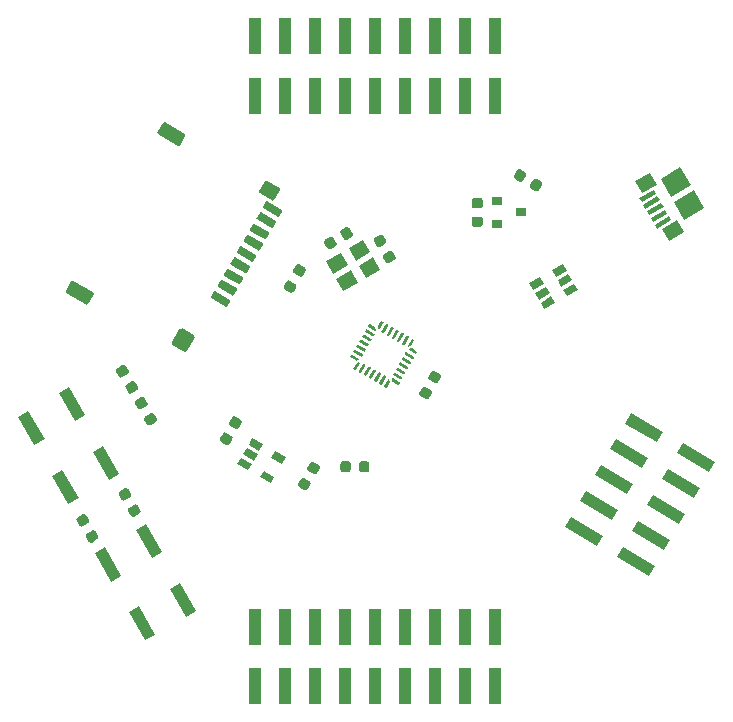
<source format=gtp>
%TF.GenerationSoftware,KiCad,Pcbnew,5.1.6-c6e7f7d~86~ubuntu18.04.1*%
%TF.CreationDate,2020-07-24T20:28:44-07:00*%
%TF.ProjectId,stm32f042_breakout,73746d33-3266-4303-9432-5f627265616b,rev?*%
%TF.SameCoordinates,Original*%
%TF.FileFunction,Paste,Top*%
%TF.FilePolarity,Positive*%
%FSLAX46Y46*%
G04 Gerber Fmt 4.6, Leading zero omitted, Abs format (unit mm)*
G04 Created by KiCad (PCBNEW 5.1.6-c6e7f7d~86~ubuntu18.04.1) date 2020-07-24 20:28:44*
%MOMM*%
%LPD*%
G01*
G04 APERTURE LIST*
%ADD10R,1.000000X3.150000*%
%ADD11C,0.100000*%
%ADD12R,0.900000X0.800000*%
G04 APERTURE END LIST*
%TO.C,J7*%
G36*
G01*
X142447705Y-65194164D02*
X144145115Y-66174164D01*
G75*
G02*
X144189038Y-66338087I-60000J-103923D01*
G01*
X143709038Y-67169471D01*
G75*
G02*
X143545115Y-67213394I-103923J60000D01*
G01*
X141847705Y-66233394D01*
G75*
G02*
X141803782Y-66069471I60000J103923D01*
G01*
X142283782Y-65238087D01*
G75*
G02*
X142447705Y-65194164I103923J-60000D01*
G01*
G37*
G36*
G01*
X151640639Y-69231536D02*
X152679869Y-69831535D01*
G75*
G02*
X152734773Y-70036439I-75000J-129904D01*
G01*
X152084773Y-71162273D01*
G75*
G02*
X151879869Y-71217177I-129904J75000D01*
G01*
X150840639Y-70617177D01*
G75*
G02*
X150785735Y-70412273I75000J129904D01*
G01*
X151435735Y-69286439D01*
G75*
G02*
X151640639Y-69231535I129904J-75000D01*
G01*
G37*
G36*
G01*
X158814658Y-56745770D02*
X159905850Y-57375770D01*
G75*
G02*
X159949773Y-57539693I-60000J-103923D01*
G01*
X159469773Y-58371077D01*
G75*
G02*
X159305850Y-58415000I-103923J60000D01*
G01*
X158214658Y-57785000D01*
G75*
G02*
X158170735Y-57621077I60000J103923D01*
G01*
X158650735Y-56789693D01*
G75*
G02*
X158814658Y-56745770I103923J-60000D01*
G01*
G37*
G36*
G01*
X150197705Y-51770770D02*
X151895115Y-52750770D01*
G75*
G02*
X151939038Y-52914693I-60000J-103923D01*
G01*
X151459038Y-53746077D01*
G75*
G02*
X151295115Y-53790000I-103923J60000D01*
G01*
X149597705Y-52810000D01*
G75*
G02*
X149553782Y-52646077I60000J103923D01*
G01*
X150033782Y-51814693D01*
G75*
G02*
X150197705Y-51770770I103923J-60000D01*
G01*
G37*
G36*
G01*
X158869080Y-58451506D02*
X160133478Y-59181506D01*
G75*
G02*
X160159100Y-59277128I-35000J-60622D01*
G01*
X159879100Y-59762102D01*
G75*
G02*
X159783478Y-59787724I-60622J35000D01*
G01*
X158519080Y-59057724D01*
G75*
G02*
X158493458Y-58962102I35000J60622D01*
G01*
X158773458Y-58477128D01*
G75*
G02*
X158869080Y-58451506I60622J-35000D01*
G01*
G37*
G36*
G01*
X158319080Y-59404134D02*
X159583478Y-60134134D01*
G75*
G02*
X159609100Y-60229756I-35000J-60622D01*
G01*
X159329100Y-60714730D01*
G75*
G02*
X159233478Y-60740352I-60622J35000D01*
G01*
X157969080Y-60010352D01*
G75*
G02*
X157943458Y-59914730I35000J60622D01*
G01*
X158223458Y-59429756D01*
G75*
G02*
X158319080Y-59404134I60622J-35000D01*
G01*
G37*
G36*
G01*
X157769080Y-60356762D02*
X159033478Y-61086762D01*
G75*
G02*
X159059100Y-61182384I-35000J-60622D01*
G01*
X158779100Y-61667358D01*
G75*
G02*
X158683478Y-61692980I-60622J35000D01*
G01*
X157419080Y-60962980D01*
G75*
G02*
X157393458Y-60867358I35000J60622D01*
G01*
X157673458Y-60382384D01*
G75*
G02*
X157769080Y-60356762I60622J-35000D01*
G01*
G37*
G36*
G01*
X157219080Y-61309390D02*
X158483478Y-62039390D01*
G75*
G02*
X158509100Y-62135012I-35000J-60622D01*
G01*
X158229100Y-62619986D01*
G75*
G02*
X158133478Y-62645608I-60622J35000D01*
G01*
X156869080Y-61915608D01*
G75*
G02*
X156843458Y-61819986I35000J60622D01*
G01*
X157123458Y-61335012D01*
G75*
G02*
X157219080Y-61309390I60622J-35000D01*
G01*
G37*
G36*
G01*
X156669080Y-62262018D02*
X157933478Y-62992018D01*
G75*
G02*
X157959100Y-63087640I-35000J-60622D01*
G01*
X157679100Y-63572614D01*
G75*
G02*
X157583478Y-63598236I-60622J35000D01*
G01*
X156319080Y-62868236D01*
G75*
G02*
X156293458Y-62772614I35000J60622D01*
G01*
X156573458Y-62287640D01*
G75*
G02*
X156669080Y-62262018I60622J-35000D01*
G01*
G37*
G36*
G01*
X156119080Y-63214646D02*
X157383478Y-63944646D01*
G75*
G02*
X157409100Y-64040268I-35000J-60622D01*
G01*
X157129100Y-64525242D01*
G75*
G02*
X157033478Y-64550864I-60622J35000D01*
G01*
X155769080Y-63820864D01*
G75*
G02*
X155743458Y-63725242I35000J60622D01*
G01*
X156023458Y-63240268D01*
G75*
G02*
X156119080Y-63214646I60622J-35000D01*
G01*
G37*
G36*
G01*
X155569080Y-64167274D02*
X156833478Y-64897274D01*
G75*
G02*
X156859100Y-64992896I-35000J-60622D01*
G01*
X156579100Y-65477870D01*
G75*
G02*
X156483478Y-65503492I-60622J35000D01*
G01*
X155219080Y-64773492D01*
G75*
G02*
X155193458Y-64677870I35000J60622D01*
G01*
X155473458Y-64192896D01*
G75*
G02*
X155569080Y-64167274I60622J-35000D01*
G01*
G37*
G36*
G01*
X155019080Y-65119902D02*
X156283478Y-65849902D01*
G75*
G02*
X156309100Y-65945524I-35000J-60622D01*
G01*
X156029100Y-66430498D01*
G75*
G02*
X155933478Y-66456120I-60622J35000D01*
G01*
X154669080Y-65726120D01*
G75*
G02*
X154643458Y-65630498I35000J60622D01*
G01*
X154923458Y-65145524D01*
G75*
G02*
X155019080Y-65119902I60622J-35000D01*
G01*
G37*
G36*
G01*
X154469080Y-66072530D02*
X155733478Y-66802530D01*
G75*
G02*
X155759100Y-66898152I-35000J-60622D01*
G01*
X155479100Y-67383126D01*
G75*
G02*
X155383478Y-67408748I-60622J35000D01*
G01*
X154119080Y-66678748D01*
G75*
G02*
X154093458Y-66583126I35000J60622D01*
G01*
X154373458Y-66098152D01*
G75*
G02*
X154469080Y-66072530I60622J-35000D01*
G01*
G37*
%TD*%
D10*
%TO.C,J4*%
X178160000Y-94475000D03*
X178160000Y-99525000D03*
X175620000Y-94475000D03*
X175620000Y-99525000D03*
X173080000Y-94475000D03*
X173080000Y-99525000D03*
X170540000Y-94475000D03*
X170540000Y-99525000D03*
X168000000Y-94475000D03*
X168000000Y-99525000D03*
X165460000Y-94475000D03*
X165460000Y-99525000D03*
X162920000Y-94475000D03*
X162920000Y-99525000D03*
X160380000Y-94475000D03*
X160380000Y-99525000D03*
X157840000Y-94475000D03*
X157840000Y-99525000D03*
%TD*%
%TO.C,C1*%
G36*
G01*
X179770754Y-56302219D02*
X180027004Y-55858381D01*
G75*
G02*
X180325822Y-55778313I189443J-109375D01*
G01*
X180704708Y-55997063D01*
G75*
G02*
X180784776Y-56295881I-109375J-189443D01*
G01*
X180528526Y-56739719D01*
G75*
G02*
X180229708Y-56819787I-189443J109375D01*
G01*
X179850822Y-56601037D01*
G75*
G02*
X179770754Y-56302219I109375J189443D01*
G01*
G37*
G36*
G01*
X181134744Y-57089719D02*
X181390994Y-56645881D01*
G75*
G02*
X181689812Y-56565813I189443J-109375D01*
G01*
X182068698Y-56784563D01*
G75*
G02*
X182148766Y-57083381I-109375J-189443D01*
G01*
X181892516Y-57527219D01*
G75*
G02*
X181593698Y-57607287I-189443J109375D01*
G01*
X181214812Y-57388537D01*
G75*
G02*
X181134744Y-57089719I109375J189443D01*
G01*
G37*
%TD*%
%TO.C,C2*%
G36*
G01*
X176390590Y-59760600D02*
X176903090Y-59760600D01*
G75*
G02*
X177121840Y-59979350I0J-218750D01*
G01*
X177121840Y-60416850D01*
G75*
G02*
X176903090Y-60635600I-218750J0D01*
G01*
X176390590Y-60635600D01*
G75*
G02*
X176171840Y-60416850I0J218750D01*
G01*
X176171840Y-59979350D01*
G75*
G02*
X176390590Y-59760600I218750J0D01*
G01*
G37*
G36*
G01*
X176390590Y-58185600D02*
X176903090Y-58185600D01*
G75*
G02*
X177121840Y-58404350I0J-218750D01*
G01*
X177121840Y-58841850D01*
G75*
G02*
X176903090Y-59060600I-218750J0D01*
G01*
X176390590Y-59060600D01*
G75*
G02*
X176171840Y-58841850I0J218750D01*
G01*
X176171840Y-58404350D01*
G75*
G02*
X176390590Y-58185600I218750J0D01*
G01*
G37*
%TD*%
%TO.C,C3*%
G36*
G01*
X156179497Y-77712558D02*
X155735659Y-77456308D01*
G75*
G02*
X155655591Y-77157490I109375J189443D01*
G01*
X155874341Y-76778604D01*
G75*
G02*
X156173159Y-76698536I189443J-109375D01*
G01*
X156616997Y-76954786D01*
G75*
G02*
X156697065Y-77253604I-109375J-189443D01*
G01*
X156478315Y-77632490D01*
G75*
G02*
X156179497Y-77712558I-189443J109375D01*
G01*
G37*
G36*
G01*
X155391997Y-79076548D02*
X154948159Y-78820298D01*
G75*
G02*
X154868091Y-78521480I109375J189443D01*
G01*
X155086841Y-78142594D01*
G75*
G02*
X155385659Y-78062526I189443J-109375D01*
G01*
X155829497Y-78318776D01*
G75*
G02*
X155909565Y-78617594I-109375J-189443D01*
G01*
X155690815Y-78996480D01*
G75*
G02*
X155391997Y-79076548I-189443J109375D01*
G01*
G37*
%TD*%
%TO.C,C4*%
G36*
G01*
X172265869Y-75226201D02*
X171822031Y-74969951D01*
G75*
G02*
X171741963Y-74671133I109375J189443D01*
G01*
X171960713Y-74292247D01*
G75*
G02*
X172259531Y-74212179I189443J-109375D01*
G01*
X172703369Y-74468429D01*
G75*
G02*
X172783437Y-74767247I-109375J-189443D01*
G01*
X172564687Y-75146133D01*
G75*
G02*
X172265869Y-75226201I-189443J109375D01*
G01*
G37*
G36*
G01*
X173053369Y-73862211D02*
X172609531Y-73605961D01*
G75*
G02*
X172529463Y-73307143I109375J189443D01*
G01*
X172748213Y-72928257D01*
G75*
G02*
X173047031Y-72848189I189443J-109375D01*
G01*
X173490869Y-73104439D01*
G75*
G02*
X173570937Y-73403257I-109375J-189443D01*
G01*
X173352187Y-73782143D01*
G75*
G02*
X173053369Y-73862211I-189443J109375D01*
G01*
G37*
%TD*%
%TO.C,C5*%
G36*
G01*
X168846919Y-62068766D02*
X168403081Y-62325016D01*
G75*
G02*
X168104263Y-62244948I-109375J189443D01*
G01*
X167885513Y-61866062D01*
G75*
G02*
X167965581Y-61567244I189443J109375D01*
G01*
X168409419Y-61310994D01*
G75*
G02*
X168708237Y-61391062I109375J-189443D01*
G01*
X168926987Y-61769948D01*
G75*
G02*
X168846919Y-62068766I-189443J-109375D01*
G01*
G37*
G36*
G01*
X169634419Y-63432756D02*
X169190581Y-63689006D01*
G75*
G02*
X168891763Y-63608938I-109375J189443D01*
G01*
X168673013Y-63230052D01*
G75*
G02*
X168753081Y-62931234I189443J109375D01*
G01*
X169196919Y-62674984D01*
G75*
G02*
X169495737Y-62755052I109375J-189443D01*
G01*
X169714487Y-63133938D01*
G75*
G02*
X169634419Y-63432756I-189443J-109375D01*
G01*
G37*
%TD*%
%TO.C,C6*%
G36*
G01*
X163967244Y-62434419D02*
X163710994Y-61990581D01*
G75*
G02*
X163791062Y-61691763I189443J109375D01*
G01*
X164169948Y-61473013D01*
G75*
G02*
X164468766Y-61553081I109375J-189443D01*
G01*
X164725016Y-61996919D01*
G75*
G02*
X164644948Y-62295737I-189443J-109375D01*
G01*
X164266062Y-62514487D01*
G75*
G02*
X163967244Y-62434419I-109375J189443D01*
G01*
G37*
G36*
G01*
X165331234Y-61646919D02*
X165074984Y-61203081D01*
G75*
G02*
X165155052Y-60904263I189443J109375D01*
G01*
X165533938Y-60685513D01*
G75*
G02*
X165832756Y-60765581I109375J-189443D01*
G01*
X166089006Y-61209419D01*
G75*
G02*
X166008938Y-61508237I-189443J-109375D01*
G01*
X165630052Y-61726987D01*
G75*
G02*
X165331234Y-61646919I-109375J189443D01*
G01*
G37*
%TD*%
%TO.C,C7*%
G36*
G01*
X162001605Y-82930125D02*
X161557767Y-82673875D01*
G75*
G02*
X161477699Y-82375057I109375J189443D01*
G01*
X161696449Y-81996171D01*
G75*
G02*
X161995267Y-81916103I189443J-109375D01*
G01*
X162439105Y-82172353D01*
G75*
G02*
X162519173Y-82471171I-109375J-189443D01*
G01*
X162300423Y-82850057D01*
G75*
G02*
X162001605Y-82930125I-189443J109375D01*
G01*
G37*
G36*
G01*
X162789105Y-81566135D02*
X162345267Y-81309885D01*
G75*
G02*
X162265199Y-81011067I109375J189443D01*
G01*
X162483949Y-80632181D01*
G75*
G02*
X162782767Y-80552113I189443J-109375D01*
G01*
X163226605Y-80808363D01*
G75*
G02*
X163306673Y-81107181I-109375J-189443D01*
G01*
X163087923Y-81486067D01*
G75*
G02*
X162789105Y-81566135I-189443J109375D01*
G01*
G37*
%TD*%
%TO.C,C8*%
G36*
G01*
X160791431Y-65182479D02*
X161235269Y-65438729D01*
G75*
G02*
X161315337Y-65737547I-109375J-189443D01*
G01*
X161096587Y-66116433D01*
G75*
G02*
X160797769Y-66196501I-189443J109375D01*
G01*
X160353931Y-65940251D01*
G75*
G02*
X160273863Y-65641433I109375J189443D01*
G01*
X160492613Y-65262547D01*
G75*
G02*
X160791431Y-65182479I189443J-109375D01*
G01*
G37*
G36*
G01*
X161578931Y-63818489D02*
X162022769Y-64074739D01*
G75*
G02*
X162102837Y-64373557I-109375J-189443D01*
G01*
X161884087Y-64752443D01*
G75*
G02*
X161585269Y-64832511I-189443J109375D01*
G01*
X161141431Y-64576261D01*
G75*
G02*
X161061363Y-64277443I109375J189443D01*
G01*
X161280113Y-63898557D01*
G75*
G02*
X161578931Y-63818489I189443J-109375D01*
G01*
G37*
%TD*%
D11*
%TO.C,J2*%
G36*
X194706624Y-57115272D02*
G01*
X193061176Y-58065272D01*
X192186176Y-56549728D01*
X193831624Y-55599728D01*
X194706624Y-57115272D01*
G37*
G36*
X192745151Y-59517901D02*
G01*
X191532715Y-60217901D01*
X191332715Y-59871491D01*
X192545151Y-59171491D01*
X192745151Y-59517901D01*
G37*
G36*
X193070151Y-60080817D02*
G01*
X191857715Y-60780817D01*
X191657715Y-60434407D01*
X192870151Y-59734407D01*
X193070151Y-60080817D01*
G37*
G36*
X191770151Y-57829151D02*
G01*
X190557715Y-58529151D01*
X190357715Y-58182741D01*
X191570151Y-57482741D01*
X191770151Y-57829151D01*
G37*
G36*
X192095151Y-58392067D02*
G01*
X190882715Y-59092067D01*
X190682715Y-58745657D01*
X191895151Y-58045657D01*
X192095151Y-58392067D01*
G37*
G36*
X192420151Y-58954984D02*
G01*
X191207715Y-59654984D01*
X191007715Y-59308574D01*
X192220151Y-58608574D01*
X192420151Y-58954984D01*
G37*
G36*
X195831624Y-59063830D02*
G01*
X194186176Y-60013830D01*
X193311176Y-58498286D01*
X194956624Y-57548286D01*
X195831624Y-59063830D01*
G37*
G36*
X191833032Y-57048065D02*
G01*
X190577296Y-57773065D01*
X190002296Y-56777135D01*
X191258032Y-56052135D01*
X191833032Y-57048065D01*
G37*
G36*
X194153032Y-61066423D02*
G01*
X192897296Y-61791423D01*
X192322296Y-60795493D01*
X193578032Y-60070493D01*
X194153032Y-61066423D01*
G37*
%TD*%
D10*
%TO.C,J3*%
X178160000Y-44475000D03*
X178160000Y-49525000D03*
X175620000Y-44475000D03*
X175620000Y-49525000D03*
X173080000Y-44475000D03*
X173080000Y-49525000D03*
X170540000Y-44475000D03*
X170540000Y-49525000D03*
X168000000Y-44475000D03*
X168000000Y-49525000D03*
X165460000Y-44475000D03*
X165460000Y-49525000D03*
X162920000Y-44475000D03*
X162920000Y-49525000D03*
X160380000Y-44475000D03*
X160380000Y-49525000D03*
X157840000Y-44475000D03*
X157840000Y-49525000D03*
%TD*%
D11*
%TO.C,J5*%
G36*
X189175796Y-77282904D02*
G01*
X189675796Y-76416878D01*
X192403776Y-77991878D01*
X191903776Y-78857904D01*
X189175796Y-77282904D01*
G37*
G36*
X193549224Y-79807904D02*
G01*
X194049224Y-78941878D01*
X196777204Y-80516878D01*
X196277204Y-81382904D01*
X193549224Y-79807904D01*
G37*
G36*
X187905796Y-79482608D02*
G01*
X188405796Y-78616582D01*
X191133776Y-80191582D01*
X190633776Y-81057608D01*
X187905796Y-79482608D01*
G37*
G36*
X192279224Y-82007608D02*
G01*
X192779224Y-81141582D01*
X195507204Y-82716582D01*
X195007204Y-83582608D01*
X192279224Y-82007608D01*
G37*
G36*
X186635796Y-81682313D02*
G01*
X187135796Y-80816287D01*
X189863776Y-82391287D01*
X189363776Y-83257313D01*
X186635796Y-81682313D01*
G37*
G36*
X191009224Y-84207313D02*
G01*
X191509224Y-83341287D01*
X194237204Y-84916287D01*
X193737204Y-85782313D01*
X191009224Y-84207313D01*
G37*
G36*
X185365796Y-83882018D02*
G01*
X185865796Y-83015992D01*
X188593776Y-84590992D01*
X188093776Y-85457018D01*
X185365796Y-83882018D01*
G37*
G36*
X189739224Y-86407018D02*
G01*
X190239224Y-85540992D01*
X192967204Y-87115992D01*
X192467204Y-87982018D01*
X189739224Y-86407018D01*
G37*
G36*
X184095796Y-86081722D02*
G01*
X184595796Y-85215696D01*
X187323776Y-86790696D01*
X186823776Y-87656722D01*
X184095796Y-86081722D01*
G37*
G36*
X188469224Y-88606722D02*
G01*
X188969224Y-87740696D01*
X191697204Y-89315696D01*
X191197204Y-90181722D01*
X188469224Y-88606722D01*
G37*
%TD*%
%TO.C,J6*%
G36*
X157279623Y-79079777D02*
G01*
X157604623Y-78516861D01*
X158522609Y-79046861D01*
X158197609Y-79609777D01*
X157279623Y-79079777D01*
G37*
G36*
X156804623Y-79902501D02*
G01*
X157129623Y-79339585D01*
X158047609Y-79869585D01*
X157722609Y-80432501D01*
X156804623Y-79902501D01*
G37*
G36*
X156329623Y-80725225D02*
G01*
X156654623Y-80162309D01*
X157572609Y-80692309D01*
X157247609Y-81255225D01*
X156329623Y-80725225D01*
G37*
G36*
X158234879Y-81825225D02*
G01*
X158559879Y-81262309D01*
X159477865Y-81792309D01*
X159152865Y-82355225D01*
X158234879Y-81825225D01*
G37*
G36*
X159184879Y-80179777D02*
G01*
X159509879Y-79616861D01*
X160427865Y-80146861D01*
X160102865Y-80709777D01*
X159184879Y-80179777D01*
G37*
%TD*%
%TO.C,R1*%
G36*
G01*
X146375581Y-83037244D02*
X146819419Y-82780994D01*
G75*
G02*
X147118237Y-82861062I109375J-189443D01*
G01*
X147336987Y-83239948D01*
G75*
G02*
X147256919Y-83538766I-189443J-109375D01*
G01*
X146813081Y-83795016D01*
G75*
G02*
X146514263Y-83714948I-109375J189443D01*
G01*
X146295513Y-83336062D01*
G75*
G02*
X146375581Y-83037244I189443J109375D01*
G01*
G37*
G36*
G01*
X147163081Y-84401234D02*
X147606919Y-84144984D01*
G75*
G02*
X147905737Y-84225052I109375J-189443D01*
G01*
X148124487Y-84603938D01*
G75*
G02*
X148044419Y-84902756I-189443J-109375D01*
G01*
X147600581Y-85159006D01*
G75*
G02*
X147301763Y-85078938I-109375J189443D01*
G01*
X147083013Y-84700052D01*
G75*
G02*
X147163081Y-84401234I189443J109375D01*
G01*
G37*
%TD*%
%TO.C,R2*%
G36*
G01*
X143686919Y-85738766D02*
X143243081Y-85995016D01*
G75*
G02*
X142944263Y-85914948I-109375J189443D01*
G01*
X142725513Y-85536062D01*
G75*
G02*
X142805581Y-85237244I189443J109375D01*
G01*
X143249419Y-84980994D01*
G75*
G02*
X143548237Y-85061062I109375J-189443D01*
G01*
X143766987Y-85439948D01*
G75*
G02*
X143686919Y-85738766I-189443J-109375D01*
G01*
G37*
G36*
G01*
X144474419Y-87102756D02*
X144030581Y-87359006D01*
G75*
G02*
X143731763Y-87278938I-109375J189443D01*
G01*
X143513013Y-86900052D01*
G75*
G02*
X143593081Y-86601234I189443J109375D01*
G01*
X144036919Y-86344984D01*
G75*
G02*
X144335737Y-86425052I109375J-189443D01*
G01*
X144554487Y-86803938D01*
G75*
G02*
X144474419Y-87102756I-189443J-109375D01*
G01*
G37*
%TD*%
%TO.C,SW1*%
G36*
X144111538Y-79703368D02*
G01*
X144977564Y-79203368D01*
X146352564Y-81584938D01*
X145486538Y-82084938D01*
X144111538Y-79703368D01*
G37*
G36*
X141231538Y-74715062D02*
G01*
X142097564Y-74215062D01*
X143472564Y-76596632D01*
X142606538Y-77096632D01*
X141231538Y-74715062D01*
G37*
G36*
X137767436Y-76715062D02*
G01*
X138633462Y-76215062D01*
X140008462Y-78596632D01*
X139142436Y-79096632D01*
X137767436Y-76715062D01*
G37*
G36*
X140647436Y-81703368D02*
G01*
X141513462Y-81203368D01*
X142888462Y-83584938D01*
X142022436Y-84084938D01*
X140647436Y-81703368D01*
G37*
%TD*%
%TO.C,SW2*%
G36*
X149974615Y-88162479D02*
G01*
X149108589Y-88662479D01*
X147733589Y-86280909D01*
X148599615Y-85780909D01*
X149974615Y-88162479D01*
G37*
G36*
X152854615Y-93150785D02*
G01*
X151988589Y-93650785D01*
X150613589Y-91269215D01*
X151479615Y-90769215D01*
X152854615Y-93150785D01*
G37*
G36*
X149390513Y-95150785D02*
G01*
X148524487Y-95650785D01*
X147149487Y-93269215D01*
X148015513Y-92769215D01*
X149390513Y-95150785D01*
G37*
G36*
X146510513Y-90162479D02*
G01*
X145644487Y-90662479D01*
X144269487Y-88280909D01*
X145135513Y-87780909D01*
X146510513Y-90162479D01*
G37*
%TD*%
D12*
%TO.C,U1*%
X178327300Y-58452980D03*
X178327300Y-60352980D03*
X180327300Y-59402980D03*
%TD*%
D11*
%TO.C,U2*%
G36*
X184837949Y-65429390D02*
G01*
X185162949Y-65992306D01*
X184244963Y-66522306D01*
X183919963Y-65959390D01*
X184837949Y-65429390D01*
G37*
G36*
X184362949Y-64606666D02*
G01*
X184687949Y-65169582D01*
X183769963Y-65699582D01*
X183444963Y-65136666D01*
X184362949Y-64606666D01*
G37*
G36*
X183887949Y-63783942D02*
G01*
X184212949Y-64346858D01*
X183294963Y-64876858D01*
X182969963Y-64313942D01*
X183887949Y-63783942D01*
G37*
G36*
X181982693Y-64883942D02*
G01*
X182307693Y-65446858D01*
X181389707Y-65976858D01*
X181064707Y-65413942D01*
X181982693Y-64883942D01*
G37*
G36*
X182932693Y-66529390D02*
G01*
X183257693Y-67092306D01*
X182339707Y-67622306D01*
X182014707Y-67059390D01*
X182932693Y-66529390D01*
G37*
G36*
X182457693Y-65706666D02*
G01*
X182782693Y-66269582D01*
X181864707Y-66799582D01*
X181539707Y-66236666D01*
X182457693Y-65706666D01*
G37*
%TD*%
%TO.C,U3*%
G36*
X167994202Y-69136027D02*
G01*
X168000233Y-69142465D01*
X168004891Y-69149957D01*
X168007999Y-69158213D01*
X168056914Y-69340769D01*
X168058351Y-69349472D01*
X168058063Y-69358289D01*
X168056059Y-69366880D01*
X168052419Y-69374916D01*
X168039239Y-69397744D01*
X168034100Y-69404914D01*
X168027662Y-69410945D01*
X168020170Y-69415604D01*
X168011914Y-69418711D01*
X168003211Y-69420148D01*
X167994394Y-69419860D01*
X167985803Y-69417856D01*
X167977767Y-69414215D01*
X167401861Y-69081715D01*
X167394690Y-69076577D01*
X167388659Y-69070139D01*
X167384001Y-69062647D01*
X167380894Y-69054391D01*
X167379457Y-69045688D01*
X167379745Y-69036870D01*
X167381749Y-69028279D01*
X167385389Y-69020244D01*
X167465389Y-68881680D01*
X167470528Y-68874510D01*
X167476966Y-68868479D01*
X167484458Y-68863820D01*
X167492714Y-68860713D01*
X167501417Y-68859276D01*
X167510234Y-68859564D01*
X167518825Y-68861568D01*
X167526861Y-68865209D01*
X167987032Y-69130889D01*
X167994202Y-69136027D01*
G37*
G36*
G01*
X167144140Y-69438102D02*
X167206639Y-69329848D01*
G75*
G02*
X167292016Y-69306971I54127J-31250D01*
G01*
X167941536Y-69681971D01*
G75*
G02*
X167964413Y-69767348I-31250J-54127D01*
G01*
X167901913Y-69875602D01*
G75*
G02*
X167816536Y-69898479I-54127J31250D01*
G01*
X167167016Y-69523479D01*
G75*
G02*
X167144139Y-69438102I31250J54127D01*
G01*
G37*
G36*
G01*
X166894140Y-69871114D02*
X166956639Y-69762860D01*
G75*
G02*
X167042016Y-69739983I54127J-31250D01*
G01*
X167691536Y-70114983D01*
G75*
G02*
X167714413Y-70200360I-31250J-54127D01*
G01*
X167651913Y-70308614D01*
G75*
G02*
X167566536Y-70331491I-54127J31250D01*
G01*
X166917016Y-69956491D01*
G75*
G02*
X166894139Y-69871114I31250J54127D01*
G01*
G37*
G36*
G01*
X166644140Y-70304127D02*
X166706639Y-70195873D01*
G75*
G02*
X166792016Y-70172996I54127J-31250D01*
G01*
X167441536Y-70547996D01*
G75*
G02*
X167464413Y-70633373I-31250J-54127D01*
G01*
X167401913Y-70741627D01*
G75*
G02*
X167316536Y-70764504I-54127J31250D01*
G01*
X166667016Y-70389504D01*
G75*
G02*
X166644139Y-70304127I31250J54127D01*
G01*
G37*
G36*
G01*
X166394140Y-70737140D02*
X166456639Y-70628886D01*
G75*
G02*
X166542016Y-70606009I54127J-31250D01*
G01*
X167191536Y-70981009D01*
G75*
G02*
X167214413Y-71066386I-31250J-54127D01*
G01*
X167151913Y-71174640D01*
G75*
G02*
X167066536Y-71197517I-54127J31250D01*
G01*
X166417016Y-70822517D01*
G75*
G02*
X166394139Y-70737140I31250J54127D01*
G01*
G37*
G36*
G01*
X166144140Y-71170152D02*
X166206639Y-71061898D01*
G75*
G02*
X166292016Y-71039021I54127J-31250D01*
G01*
X166941536Y-71414021D01*
G75*
G02*
X166964413Y-71499398I-31250J-54127D01*
G01*
X166901913Y-71607652D01*
G75*
G02*
X166816536Y-71630529I-54127J31250D01*
G01*
X166167016Y-71255529D01*
G75*
G02*
X166144139Y-71170152I31250J54127D01*
G01*
G37*
G36*
X166609938Y-71800923D02*
G01*
X166615969Y-71807361D01*
X166620627Y-71814853D01*
X166623734Y-71823109D01*
X166625171Y-71831812D01*
X166624883Y-71840630D01*
X166622879Y-71849221D01*
X166619239Y-71857256D01*
X166606059Y-71880084D01*
X166600920Y-71887255D01*
X166594482Y-71893286D01*
X166586990Y-71897944D01*
X166578734Y-71901051D01*
X166396179Y-71949967D01*
X166387475Y-71951404D01*
X166378658Y-71951116D01*
X166370067Y-71949112D01*
X166362032Y-71945471D01*
X165901861Y-71679791D01*
X165894690Y-71674653D01*
X165888659Y-71668215D01*
X165884001Y-71660723D01*
X165880894Y-71652467D01*
X165879457Y-71643764D01*
X165879745Y-71634946D01*
X165881749Y-71626355D01*
X165885389Y-71618320D01*
X165965389Y-71479756D01*
X165970528Y-71472586D01*
X165976966Y-71466555D01*
X165984458Y-71461896D01*
X165992714Y-71458789D01*
X166001417Y-71457352D01*
X166010234Y-71457640D01*
X166018825Y-71459644D01*
X166026861Y-71463285D01*
X166602767Y-71795785D01*
X166609938Y-71800923D01*
G37*
G36*
X166699614Y-72135600D02*
G01*
X166705645Y-72142038D01*
X166710304Y-72149530D01*
X166713411Y-72157786D01*
X166714848Y-72166489D01*
X166714560Y-72175306D01*
X166712556Y-72183897D01*
X166708915Y-72191933D01*
X166376415Y-72767839D01*
X166371277Y-72775010D01*
X166364839Y-72781041D01*
X166357347Y-72785699D01*
X166349091Y-72788806D01*
X166340388Y-72790243D01*
X166331570Y-72789955D01*
X166322979Y-72787951D01*
X166314944Y-72784311D01*
X166176380Y-72704311D01*
X166169210Y-72699172D01*
X166163179Y-72692734D01*
X166158520Y-72685242D01*
X166155413Y-72676986D01*
X166153976Y-72668283D01*
X166154264Y-72659466D01*
X166156268Y-72650875D01*
X166159909Y-72642839D01*
X166425589Y-72182668D01*
X166430727Y-72175498D01*
X166437165Y-72169467D01*
X166444657Y-72164809D01*
X166452913Y-72161701D01*
X166635469Y-72112786D01*
X166644172Y-72111349D01*
X166652989Y-72111637D01*
X166661580Y-72113641D01*
X166669616Y-72117281D01*
X166692444Y-72130461D01*
X166699614Y-72135600D01*
G37*
G36*
G01*
X166601672Y-72877684D02*
X166976671Y-72228164D01*
G75*
G02*
X167062048Y-72205287I54127J-31250D01*
G01*
X167170302Y-72267787D01*
G75*
G02*
X167193179Y-72353164I-31250J-54127D01*
G01*
X166818179Y-73002684D01*
G75*
G02*
X166732802Y-73025561I-54127J31250D01*
G01*
X166624548Y-72963061D01*
G75*
G02*
X166601671Y-72877684I31250J54127D01*
G01*
G37*
G36*
G01*
X167034684Y-73127684D02*
X167409683Y-72478164D01*
G75*
G02*
X167495060Y-72455287I54127J-31250D01*
G01*
X167603314Y-72517787D01*
G75*
G02*
X167626191Y-72603164I-31250J-54127D01*
G01*
X167251191Y-73252684D01*
G75*
G02*
X167165814Y-73275561I-54127J31250D01*
G01*
X167057560Y-73213061D01*
G75*
G02*
X167034683Y-73127684I31250J54127D01*
G01*
G37*
G36*
G01*
X167467697Y-73377684D02*
X167842696Y-72728164D01*
G75*
G02*
X167928073Y-72705287I54127J-31250D01*
G01*
X168036327Y-72767787D01*
G75*
G02*
X168059204Y-72853164I-31250J-54127D01*
G01*
X167684204Y-73502684D01*
G75*
G02*
X167598827Y-73525561I-54127J31250D01*
G01*
X167490573Y-73463061D01*
G75*
G02*
X167467696Y-73377684I31250J54127D01*
G01*
G37*
G36*
G01*
X167900710Y-73627684D02*
X168275709Y-72978164D01*
G75*
G02*
X168361086Y-72955287I54127J-31250D01*
G01*
X168469340Y-73017787D01*
G75*
G02*
X168492217Y-73103164I-31250J-54127D01*
G01*
X168117217Y-73752684D01*
G75*
G02*
X168031840Y-73775561I-54127J31250D01*
G01*
X167923586Y-73713061D01*
G75*
G02*
X167900709Y-73627684I31250J54127D01*
G01*
G37*
G36*
G01*
X168333722Y-73877684D02*
X168708721Y-73228164D01*
G75*
G02*
X168794098Y-73205287I54127J-31250D01*
G01*
X168902352Y-73267787D01*
G75*
G02*
X168925229Y-73353164I-31250J-54127D01*
G01*
X168550229Y-74002684D01*
G75*
G02*
X168464852Y-74025561I-54127J31250D01*
G01*
X168356598Y-73963061D01*
G75*
G02*
X168333721Y-73877684I31250J54127D01*
G01*
G37*
G36*
X169181955Y-73568780D02*
G01*
X169187986Y-73575218D01*
X169192644Y-73582710D01*
X169195751Y-73590966D01*
X169244667Y-73773521D01*
X169246104Y-73782225D01*
X169245816Y-73791042D01*
X169243812Y-73799633D01*
X169240171Y-73807668D01*
X168974491Y-74267839D01*
X168969353Y-74275010D01*
X168962915Y-74281041D01*
X168955423Y-74285699D01*
X168947167Y-74288806D01*
X168938464Y-74290243D01*
X168929646Y-74289955D01*
X168921055Y-74287951D01*
X168913020Y-74284311D01*
X168774456Y-74204311D01*
X168767286Y-74199172D01*
X168761255Y-74192734D01*
X168756596Y-74185242D01*
X168753489Y-74176986D01*
X168752052Y-74168283D01*
X168752340Y-74159466D01*
X168754344Y-74150875D01*
X168757985Y-74142839D01*
X169090485Y-73566933D01*
X169095623Y-73559762D01*
X169102061Y-73553731D01*
X169109553Y-73549073D01*
X169117809Y-73545966D01*
X169126512Y-73544529D01*
X169135330Y-73544817D01*
X169143921Y-73546821D01*
X169151956Y-73550461D01*
X169174784Y-73563641D01*
X169181955Y-73568780D01*
G37*
G36*
X170069710Y-73798423D02*
G01*
X170075741Y-73804861D01*
X170080399Y-73812353D01*
X170083506Y-73820609D01*
X170084943Y-73829312D01*
X170084655Y-73838130D01*
X170082651Y-73846721D01*
X170079011Y-73854756D01*
X169999011Y-73993320D01*
X169993872Y-74000490D01*
X169987434Y-74006521D01*
X169979942Y-74011180D01*
X169971686Y-74014287D01*
X169962983Y-74015724D01*
X169954166Y-74015436D01*
X169945575Y-74013432D01*
X169937539Y-74009791D01*
X169477368Y-73744111D01*
X169470198Y-73738973D01*
X169464167Y-73732535D01*
X169459509Y-73725043D01*
X169456401Y-73716787D01*
X169407486Y-73534231D01*
X169406049Y-73525528D01*
X169406337Y-73516711D01*
X169408341Y-73508120D01*
X169411981Y-73500084D01*
X169425161Y-73477256D01*
X169430300Y-73470086D01*
X169436738Y-73464055D01*
X169444230Y-73459396D01*
X169452486Y-73456289D01*
X169461189Y-73454852D01*
X169470006Y-73455140D01*
X169478597Y-73457144D01*
X169486633Y-73460785D01*
X170062539Y-73793285D01*
X170069710Y-73798423D01*
G37*
G36*
G01*
X169499988Y-73107652D02*
X169562487Y-72999398D01*
G75*
G02*
X169647864Y-72976521I54127J-31250D01*
G01*
X170297384Y-73351521D01*
G75*
G02*
X170320261Y-73436898I-31250J-54127D01*
G01*
X170257761Y-73545152D01*
G75*
G02*
X170172384Y-73568029I-54127J31250D01*
G01*
X169522864Y-73193029D01*
G75*
G02*
X169499987Y-73107652I31250J54127D01*
G01*
G37*
G36*
G01*
X169749988Y-72674640D02*
X169812487Y-72566386D01*
G75*
G02*
X169897864Y-72543509I54127J-31250D01*
G01*
X170547384Y-72918509D01*
G75*
G02*
X170570261Y-73003886I-31250J-54127D01*
G01*
X170507761Y-73112140D01*
G75*
G02*
X170422384Y-73135017I-54127J31250D01*
G01*
X169772864Y-72760017D01*
G75*
G02*
X169749987Y-72674640I31250J54127D01*
G01*
G37*
G36*
G01*
X169999988Y-72241627D02*
X170062487Y-72133373D01*
G75*
G02*
X170147864Y-72110496I54127J-31250D01*
G01*
X170797384Y-72485496D01*
G75*
G02*
X170820261Y-72570873I-31250J-54127D01*
G01*
X170757761Y-72679127D01*
G75*
G02*
X170672384Y-72702004I-54127J31250D01*
G01*
X170022864Y-72327004D01*
G75*
G02*
X169999987Y-72241627I31250J54127D01*
G01*
G37*
G36*
G01*
X170249988Y-71808614D02*
X170312487Y-71700360D01*
G75*
G02*
X170397864Y-71677483I54127J-31250D01*
G01*
X171047384Y-72052483D01*
G75*
G02*
X171070261Y-72137860I-31250J-54127D01*
G01*
X171007761Y-72246114D01*
G75*
G02*
X170922384Y-72268991I-54127J31250D01*
G01*
X170272864Y-71893991D01*
G75*
G02*
X170249987Y-71808614I31250J54127D01*
G01*
G37*
G36*
G01*
X170499988Y-71375602D02*
X170562487Y-71267348D01*
G75*
G02*
X170647864Y-71244471I54127J-31250D01*
G01*
X171297384Y-71619471D01*
G75*
G02*
X171320261Y-71704848I-31250J-54127D01*
G01*
X171257761Y-71813102D01*
G75*
G02*
X171172384Y-71835979I-54127J31250D01*
G01*
X170522864Y-71460979D01*
G75*
G02*
X170499987Y-71375602I31250J54127D01*
G01*
G37*
G36*
X171569710Y-71200347D02*
G01*
X171575741Y-71206785D01*
X171580399Y-71214277D01*
X171583506Y-71222533D01*
X171584943Y-71231236D01*
X171584655Y-71240054D01*
X171582651Y-71248645D01*
X171579011Y-71256680D01*
X171499011Y-71395244D01*
X171493872Y-71402414D01*
X171487434Y-71408445D01*
X171479942Y-71413104D01*
X171471686Y-71416211D01*
X171462983Y-71417648D01*
X171454166Y-71417360D01*
X171445575Y-71415356D01*
X171437539Y-71411715D01*
X170861633Y-71079215D01*
X170854462Y-71074077D01*
X170848431Y-71067639D01*
X170843773Y-71060147D01*
X170840666Y-71051891D01*
X170839229Y-71043188D01*
X170839517Y-71034370D01*
X170841521Y-71025779D01*
X170845161Y-71017744D01*
X170858341Y-70994916D01*
X170863480Y-70987745D01*
X170869918Y-70981714D01*
X170877410Y-70977056D01*
X170885666Y-70973949D01*
X171068221Y-70925033D01*
X171076925Y-70923596D01*
X171085742Y-70923884D01*
X171094333Y-70925888D01*
X171102368Y-70929529D01*
X171562539Y-71195209D01*
X171569710Y-71200347D01*
G37*
G36*
X171295190Y-70175828D02*
G01*
X171301221Y-70182266D01*
X171305880Y-70189758D01*
X171308987Y-70198014D01*
X171310424Y-70206717D01*
X171310136Y-70215534D01*
X171308132Y-70224125D01*
X171304491Y-70232161D01*
X171038811Y-70692332D01*
X171033673Y-70699502D01*
X171027235Y-70705533D01*
X171019743Y-70710191D01*
X171011487Y-70713299D01*
X170828931Y-70762214D01*
X170820228Y-70763651D01*
X170811411Y-70763363D01*
X170802820Y-70761359D01*
X170794784Y-70757719D01*
X170771956Y-70744539D01*
X170764786Y-70739400D01*
X170758755Y-70732962D01*
X170754096Y-70725470D01*
X170750989Y-70717214D01*
X170749552Y-70708511D01*
X170749840Y-70699694D01*
X170751844Y-70691103D01*
X170755485Y-70683067D01*
X171087985Y-70107161D01*
X171093123Y-70099990D01*
X171099561Y-70093959D01*
X171107053Y-70089301D01*
X171115309Y-70086194D01*
X171124012Y-70084757D01*
X171132830Y-70085045D01*
X171141421Y-70087049D01*
X171149456Y-70090689D01*
X171288020Y-70170689D01*
X171295190Y-70175828D01*
G37*
G36*
G01*
X170271222Y-70521836D02*
X170646221Y-69872316D01*
G75*
G02*
X170731598Y-69849439I54127J-31250D01*
G01*
X170839852Y-69911939D01*
G75*
G02*
X170862729Y-69997316I-31250J-54127D01*
G01*
X170487729Y-70646836D01*
G75*
G02*
X170402352Y-70669713I-54127J31250D01*
G01*
X170294098Y-70607213D01*
G75*
G02*
X170271221Y-70521836I31250J54127D01*
G01*
G37*
G36*
G01*
X169838210Y-70271836D02*
X170213209Y-69622316D01*
G75*
G02*
X170298586Y-69599439I54127J-31250D01*
G01*
X170406840Y-69661939D01*
G75*
G02*
X170429717Y-69747316I-31250J-54127D01*
G01*
X170054717Y-70396836D01*
G75*
G02*
X169969340Y-70419713I-54127J31250D01*
G01*
X169861086Y-70357213D01*
G75*
G02*
X169838209Y-70271836I31250J54127D01*
G01*
G37*
G36*
G01*
X169405197Y-70021836D02*
X169780196Y-69372316D01*
G75*
G02*
X169865573Y-69349439I54127J-31250D01*
G01*
X169973827Y-69411939D01*
G75*
G02*
X169996704Y-69497316I-31250J-54127D01*
G01*
X169621704Y-70146836D01*
G75*
G02*
X169536327Y-70169713I-54127J31250D01*
G01*
X169428073Y-70107213D01*
G75*
G02*
X169405196Y-70021836I31250J54127D01*
G01*
G37*
G36*
G01*
X168972184Y-69771836D02*
X169347183Y-69122316D01*
G75*
G02*
X169432560Y-69099439I54127J-31250D01*
G01*
X169540814Y-69161939D01*
G75*
G02*
X169563691Y-69247316I-31250J-54127D01*
G01*
X169188691Y-69896836D01*
G75*
G02*
X169103314Y-69919713I-54127J31250D01*
G01*
X168995060Y-69857213D01*
G75*
G02*
X168972183Y-69771836I31250J54127D01*
G01*
G37*
G36*
G01*
X168539172Y-69521836D02*
X168914171Y-68872316D01*
G75*
G02*
X168999548Y-68849439I54127J-31250D01*
G01*
X169107802Y-68911939D01*
G75*
G02*
X169130679Y-68997316I-31250J-54127D01*
G01*
X168755679Y-69646836D01*
G75*
G02*
X168670302Y-69669713I-54127J31250D01*
G01*
X168562048Y-69607213D01*
G75*
G02*
X168539171Y-69521836I31250J54127D01*
G01*
G37*
G36*
X168697114Y-68675828D02*
G01*
X168703145Y-68682266D01*
X168707804Y-68689758D01*
X168710911Y-68698014D01*
X168712348Y-68706717D01*
X168712060Y-68715534D01*
X168710056Y-68724125D01*
X168706415Y-68732161D01*
X168373915Y-69308067D01*
X168368777Y-69315238D01*
X168362339Y-69321269D01*
X168354847Y-69325927D01*
X168346591Y-69329034D01*
X168337888Y-69330471D01*
X168329070Y-69330183D01*
X168320479Y-69328179D01*
X168312444Y-69324539D01*
X168289616Y-69311359D01*
X168282445Y-69306220D01*
X168276414Y-69299782D01*
X168271756Y-69292290D01*
X168268649Y-69284034D01*
X168219733Y-69101479D01*
X168218296Y-69092775D01*
X168218584Y-69083958D01*
X168220588Y-69075367D01*
X168224229Y-69067332D01*
X168489909Y-68607161D01*
X168495047Y-68599990D01*
X168501485Y-68593959D01*
X168508977Y-68589301D01*
X168517233Y-68586194D01*
X168525936Y-68584757D01*
X168534754Y-68585045D01*
X168543345Y-68587049D01*
X168551380Y-68590689D01*
X168689944Y-68670689D01*
X168697114Y-68675828D01*
G37*
%TD*%
%TO.C,Y1*%
G36*
X166983346Y-61755563D02*
G01*
X167583346Y-62794793D01*
X166370910Y-63494793D01*
X165770910Y-62455563D01*
X166983346Y-61755563D01*
G37*
G36*
X165078090Y-62855563D02*
G01*
X165678090Y-63894793D01*
X164465654Y-64594793D01*
X163865654Y-63555563D01*
X165078090Y-62855563D01*
G37*
G36*
X165928090Y-64327807D02*
G01*
X166528090Y-65367037D01*
X165315654Y-66067037D01*
X164715654Y-65027807D01*
X165928090Y-64327807D01*
G37*
G36*
X167833346Y-63227807D02*
G01*
X168433346Y-64267037D01*
X167220910Y-64967037D01*
X166620910Y-63927807D01*
X167833346Y-63227807D01*
G37*
%TD*%
%TO.C,D1*%
G36*
G01*
X149434419Y-77182756D02*
X148990581Y-77439006D01*
G75*
G02*
X148691763Y-77358938I-109375J189443D01*
G01*
X148473013Y-76980052D01*
G75*
G02*
X148553081Y-76681234I189443J109375D01*
G01*
X148996919Y-76424984D01*
G75*
G02*
X149295737Y-76505052I109375J-189443D01*
G01*
X149514487Y-76883938D01*
G75*
G02*
X149434419Y-77182756I-189443J-109375D01*
G01*
G37*
G36*
G01*
X148646919Y-75818766D02*
X148203081Y-76075016D01*
G75*
G02*
X147904263Y-75994948I-109375J189443D01*
G01*
X147685513Y-75616062D01*
G75*
G02*
X147765581Y-75317244I189443J109375D01*
G01*
X148209419Y-75060994D01*
G75*
G02*
X148508237Y-75141062I109375J-189443D01*
G01*
X148726987Y-75519948D01*
G75*
G02*
X148646919Y-75818766I-189443J-109375D01*
G01*
G37*
%TD*%
%TO.C,R3*%
G36*
G01*
X147834419Y-74482756D02*
X147390581Y-74739006D01*
G75*
G02*
X147091763Y-74658938I-109375J189443D01*
G01*
X146873013Y-74280052D01*
G75*
G02*
X146953081Y-73981234I189443J109375D01*
G01*
X147396919Y-73724984D01*
G75*
G02*
X147695737Y-73805052I109375J-189443D01*
G01*
X147914487Y-74183938D01*
G75*
G02*
X147834419Y-74482756I-189443J-109375D01*
G01*
G37*
G36*
G01*
X147046919Y-73118766D02*
X146603081Y-73375016D01*
G75*
G02*
X146304263Y-73294948I-109375J189443D01*
G01*
X146085513Y-72916062D01*
G75*
G02*
X146165581Y-72617244I189443J109375D01*
G01*
X146609419Y-72360994D01*
G75*
G02*
X146908237Y-72441062I109375J-189443D01*
G01*
X147126987Y-72819948D01*
G75*
G02*
X147046919Y-73118766I-189443J-109375D01*
G01*
G37*
%TD*%
%TO.C,C9*%
G36*
G01*
X165058640Y-81211130D02*
X165058640Y-80698630D01*
G75*
G02*
X165277390Y-80479880I218750J0D01*
G01*
X165714890Y-80479880D01*
G75*
G02*
X165933640Y-80698630I0J-218750D01*
G01*
X165933640Y-81211130D01*
G75*
G02*
X165714890Y-81429880I-218750J0D01*
G01*
X165277390Y-81429880D01*
G75*
G02*
X165058640Y-81211130I0J218750D01*
G01*
G37*
G36*
G01*
X166633640Y-81211130D02*
X166633640Y-80698630D01*
G75*
G02*
X166852390Y-80479880I218750J0D01*
G01*
X167289890Y-80479880D01*
G75*
G02*
X167508640Y-80698630I0J-218750D01*
G01*
X167508640Y-81211130D01*
G75*
G02*
X167289890Y-81429880I-218750J0D01*
G01*
X166852390Y-81429880D01*
G75*
G02*
X166633640Y-81211130I0J218750D01*
G01*
G37*
%TD*%
M02*

</source>
